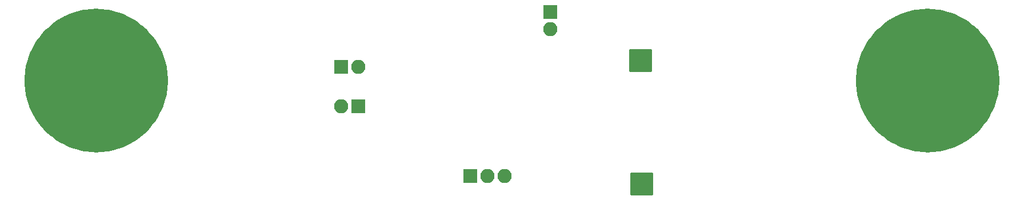
<source format=gbr>
%TF.GenerationSoftware,KiCad,Pcbnew,7.0.5-7.0.5~ubuntu20.04.1*%
%TF.CreationDate,2023-07-13T22:08:42+02:00*%
%TF.ProjectId,ModuleV450,4d6f6475-6c65-4563-9435-302e6b696361,rev?*%
%TF.SameCoordinates,Original*%
%TF.FileFunction,Soldermask,Bot*%
%TF.FilePolarity,Negative*%
%FSLAX46Y46*%
G04 Gerber Fmt 4.6, Leading zero omitted, Abs format (unit mm)*
G04 Created by KiCad (PCBNEW 7.0.5-7.0.5~ubuntu20.04.1) date 2023-07-13 22:08:42*
%MOMM*%
%LPD*%
G01*
G04 APERTURE LIST*
G04 Aperture macros list*
%AMRoundRect*
0 Rectangle with rounded corners*
0 $1 Rounding radius*
0 $2 $3 $4 $5 $6 $7 $8 $9 X,Y pos of 4 corners*
0 Add a 4 corners polygon primitive as box body*
4,1,4,$2,$3,$4,$5,$6,$7,$8,$9,$2,$3,0*
0 Add four circle primitives for the rounded corners*
1,1,$1+$1,$2,$3*
1,1,$1+$1,$4,$5*
1,1,$1+$1,$6,$7*
1,1,$1+$1,$8,$9*
0 Add four rect primitives between the rounded corners*
20,1,$1+$1,$2,$3,$4,$5,0*
20,1,$1+$1,$4,$5,$6,$7,0*
20,1,$1+$1,$6,$7,$8,$9,0*
20,1,$1+$1,$8,$9,$2,$3,0*%
G04 Aperture macros list end*
%ADD10C,10.643506*%
%ADD11RoundRect,0.200000X-1.500000X-1.500000X1.500000X-1.500000X1.500000X1.500000X-1.500000X1.500000X0*%
%ADD12O,2.100000X2.100000*%
%ADD13RoundRect,0.200000X-0.850000X-0.850000X0.850000X-0.850000X0.850000X0.850000X-0.850000X0.850000X0*%
%ADD14RoundRect,0.200000X0.850000X-0.850000X0.850000X0.850000X-0.850000X0.850000X-0.850000X-0.850000X0*%
%ADD15RoundRect,0.200000X-0.850000X0.850000X-0.850000X-0.850000X0.850000X-0.850000X0.850000X0.850000X0*%
G04 APERTURE END LIST*
D10*
X103746753Y2540000D02*
G75*
G03*
X103746753Y2540000I-5321753J0D01*
G01*
X-19443247Y2540000D02*
G75*
G03*
X-19443247Y2540000I-5321753J0D01*
G01*
D11*
%TO.C,VCC*%
X55880000Y5537200D03*
%TD*%
%TO.C,DUMP*%
X56083200Y-12750800D03*
%TD*%
D12*
%TO.C,EXTTEMP1*%
X42545000Y10160000D03*
D13*
X42545000Y12700000D03*
%TD*%
D14*
%TO.C,UPDI1*%
X30625000Y-11600000D03*
D12*
X33165000Y-11600000D03*
X35705000Y-11600000D03*
%TD*%
D15*
%TO.C,RX1*%
X14097000Y-1270000D03*
D12*
X11557000Y-1270000D03*
%TD*%
D14*
%TO.C,TX1*%
X11557000Y4572000D03*
D12*
X14097000Y4572000D03*
%TD*%
M02*

</source>
